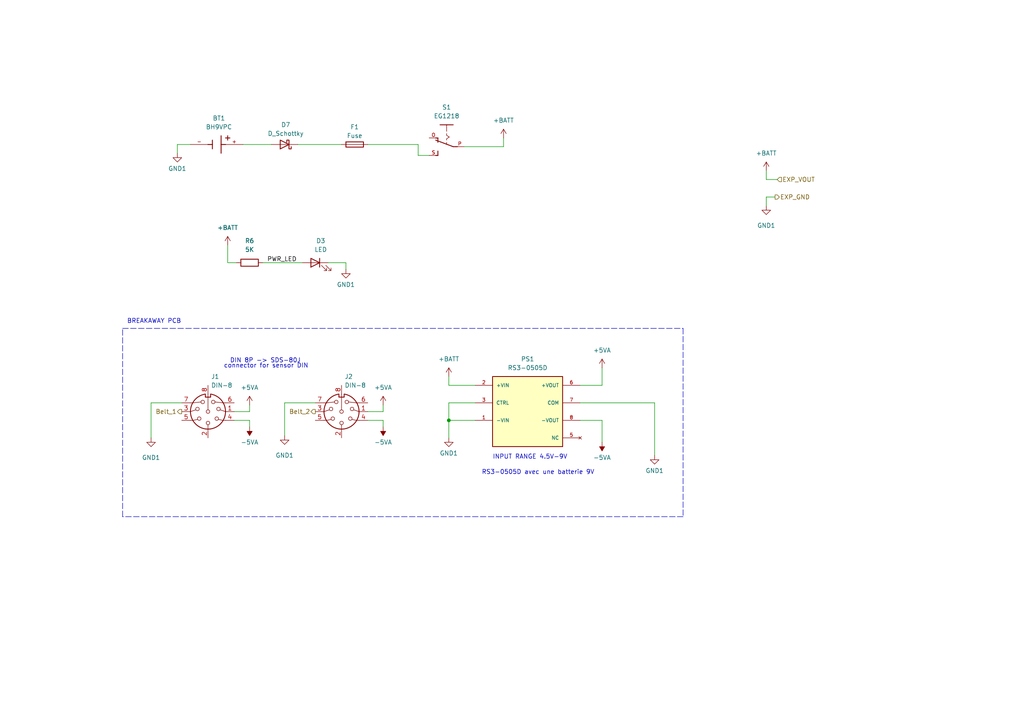
<source format=kicad_sch>
(kicad_sch (version 20230121) (generator eeschema)
  (paper "A4")
  (lib_symbols
    (symbol "CeintureRespAT:BH9VPC" (pin_names (offset 1.016))
      (property "Reference" "BT" (at -3.81 3.81 0))
      (property "Value" "BH9VPC" (at -3.81 -5.08 0))
      (symbol "BH9VPC_0_0"
        (polyline (pts (xy -3.81 1.905) (xy -2.54 1.905)) (stroke (width 0.254)))
        (polyline (pts (xy -3.175 2.54) (xy -3.175 1.27)) (stroke (width 0.254)))
        (polyline (pts (xy -1.27 0) (xy -2.54 0)) (stroke (width 0.254)))
        (polyline (pts (xy -1.27 0) (xy -1.27 -2.54)) (stroke (width 0.254)))
        (polyline (pts (xy -1.27 2.54) (xy -1.27 0)) (stroke (width 0.254)))
        (polyline (pts (xy 1.27 0) (xy 1.27 -1.27)) (stroke (width 0.254)))
        (polyline (pts (xy 1.27 0) (xy 2.54 0)) (stroke (width 0.254)))
        (polyline (pts (xy 1.27 1.27) (xy 1.27 0)) (stroke (width 0.254)))
        (pin passive line (at -7.62 0 0) (length 5.08) (name "~") (number "+"))
        (pin passive line (at 7.62 0 180) (length 5.08) (name "~") (number "-"))
      )
    )
    (symbol "CeintureRespAT:EG1218" (pin_names (offset 1.016))
      (property "Reference" "S" (at -6.35 -1.905 90))
      (property "Value" "EG1218" (at -3.81 3.175 90))
      (symbol "EG1218_0_0"
        (polyline (pts (xy -3.81 0) (xy -3.81 -1.905)) (stroke (width 0.254)))
        (polyline (pts (xy -3.81 0) (xy -1.905 0)) (stroke (width 0.1524)))
        (polyline (pts (xy -3.81 1.905) (xy -3.81 0)) (stroke (width 0.254)))
        (polyline (pts (xy -1.27 0) (xy -0.762 0)) (stroke (width 0.1524)))
        (polyline (pts (xy -0.762 0) (xy -0.254 -0.762)) (stroke (width 0.1524)))
        (polyline (pts (xy -0.254 -0.762) (xy 0.254 0)) (stroke (width 0.1524)))
        (polyline (pts (xy 0 2.54) (xy 0 3.175)) (stroke (width 0.254)))
        (polyline (pts (xy 0 2.54) (xy 1.27 2.54)) (stroke (width 0.254)))
        (polyline (pts (xy 0.254 0) (xy 0.635 0)) (stroke (width 0.1524)))
        (polyline (pts (xy 1.27 0) (xy 1.905 0)) (stroke (width 0.1524)))
        (polyline (pts (xy 2.54 -3.175) (xy 2.54 -1.905)) (stroke (width 0.254)))
        (polyline (pts (xy 2.54 -1.905) (xy 0.635 3.175)) (stroke (width 0.254)))
        (polyline (pts (xy 3.81 2.54) (xy 5.08 2.54)) (stroke (width 0.254)))
        (polyline (pts (xy 5.08 2.54) (xy 5.08 3.175)) (stroke (width 0.254)))
        (pin passive line (at 0 5.08 270) (length 2.54) (name "~") (number "O"))
        (pin passive line (at 2.54 -5.08 90) (length 2.54) (name "~") (number "P"))
        (pin passive line (at 5.08 5.08 270) (length 2.54) (name "~") (number "S"))
      )
    )
    (symbol "CeintureRespAT:RS3-0505D" (pin_names (offset 1.016))
      (property "Reference" "PS" (at -10.1639 11.4379 0))
      (property "Value" "RS3-0505D" (at -10.1614 -12.7027 0))
      (symbol "RS3-0505D_0_0"
        (rectangle (start -10.16 -10.16) (end 10.16 10.16) (stroke (width 0.254)) (fill (type background)))
        (pin input line (at -15.24 -2.54 0) (length 5.08) (name "-VIN") (number "1"))
        (pin input line (at -15.24 7.62 0) (length 5.08) (name "+VIN") (number "2"))
        (pin input line (at -15.24 2.54 0) (length 5.08) (name "CTRL") (number "3"))
        (pin no_connect line (at 15.24 -7.62 180) (length 5.08) (name "NC") (number "5"))
        (pin output line (at 15.24 7.62 180) (length 5.08) (name "+VOUT") (number "6"))
        (pin power_in line (at 15.24 2.54 180) (length 5.08) (name "COM") (number "7"))
        (pin output line (at 15.24 -2.54 180) (length 5.08) (name "-VOUT") (number "8"))
      )
    )
    (symbol "Connector:DIN-8" (pin_names (offset 1.016))
      (property "Reference" "J" (at 3.175 5.715 0))
      (property "Value" "DIN-8" (at 2.032 -5.842 0))
      (symbol "DIN-8_0_1"
        (arc (start -5.08 0) (mid -3.8609 -3.3364) (end -0.762 -5.08) (stroke (width 0.254)))
        (circle (center -3.048 -0.762) (radius 0.508))
        (circle (center -2.54 2.032) (radius 0.508))
        (circle (center -1.524 -2.794) (radius 0.508))
        (polyline (pts (xy -5.08 0) (xy -3.556 -0.508)))
        (polyline (pts (xy 0 -0.508) (xy 0 -5.08)))
        (polyline (pts (xy 0 5.08) (xy 0 3.81)))
        (polyline (pts (xy 5.08 0) (xy 3.556 -0.508)))
        (polyline (pts (xy -5.08 -2.54) (xy -4.318 -2.54) (xy -2.032 -2.794)))
        (polyline (pts (xy -5.08 2.54) (xy -4.318 2.54) (xy -3.048 2.286)))
        (polyline (pts (xy 5.08 -2.54) (xy 4.318 -2.54) (xy 2.032 -2.794)))
        (polyline (pts (xy 5.08 2.54) (xy 4.318 2.54) (xy 3.048 2.286)))
        (polyline (pts (xy -0.762 -4.953) (xy -0.762 -4.191) (xy 0.762 -4.191) (xy 0.762 -4.953)) (stroke (width 0.254)))
        (circle (center 0 0) (radius 0.508))
        (circle (center 0 3.302) (radius 0.508))
        (arc (start 0.762 -5.08) (mid 3.8685 -3.343) (end 5.08 0) (stroke (width 0.254)))
        (circle (center 1.524 -2.794) (radius 0.508))
        (circle (center 2.54 2.032) (radius 0.508))
        (circle (center 3.048 -0.762) (radius 0.508))
        (arc (start 5.08 0) (mid 0 5.0579) (end -5.08 0) (stroke (width 0.254)))
      )
      (symbol "DIN-8_1_1"
        (pin passive line (at -7.62 0 0) (length 2.54) (name "~") (number "1"))
        (pin passive line (at 0 7.62 270) (length 2.54) (name "~") (number "2"))
        (pin passive line (at 7.62 0 180) (length 2.54) (name "~") (number "3"))
        (pin passive line (at -7.62 2.54 0) (length 2.54) (name "~") (number "4"))
        (pin passive line (at 7.62 2.54 180) (length 2.54) (name "~") (number "5"))
        (pin passive line (at -7.62 -2.54 0) (length 2.54) (name "~") (number "6"))
        (pin passive line (at 7.62 -2.54 180) (length 2.54) (name "~") (number "7"))
        (pin passive line (at 0 -7.62 90) (length 2.54) (name "~") (number "8"))
      )
    )
    (symbol "Device:D_Schottky" (pin_numbers hide) (pin_names (offset 1.016) hide)
      (property "Reference" "D" (at 0 2.54 0))
      (property "Value" "D_Schottky" (at 0 -2.54 0))
      (symbol "D_Schottky_0_1"
        (polyline (pts (xy 1.27 0) (xy -1.27 0)))
        (polyline (pts (xy 1.27 1.27) (xy 1.27 -1.27) (xy -1.27 0) (xy 1.27 1.27)) (stroke (width 0.254)))
        (polyline (pts (xy -1.905 0.635) (xy -1.905 1.27) (xy -1.27 1.27) (xy -1.27 -1.27) (xy -0.635 -1.27) (xy -0.635 -0.635)) (stroke (width 0.254)))
      )
      (symbol "D_Schottky_1_1"
        (pin passive line (at -3.81 0 0) (length 2.54) (name "K") (number "1"))
        (pin passive line (at 3.81 0 180) (length 2.54) (name "A") (number "2"))
      )
    )
    (symbol "Device:Fuse" (pin_numbers hide) (pin_names (offset 0))
      (property "Reference" "F" (at 2.032 0 90))
      (property "Value" "Fuse" (at -1.905 0 90))
      (symbol "Fuse_0_1"
        (rectangle (start -0.762 -2.54) (end 0.762 2.54) (stroke (width 0.254)))
        (polyline (pts (xy 0 2.54) (xy 0 -2.54)))
      )
      (symbol "Fuse_1_1"
        (pin passive line (at 0 3.81 270) (length 1.27) (name "~") (number "1"))
        (pin passive line (at 0 -3.81 90) (length 1.27) (name "~") (number "2"))
      )
    )
    (symbol "Device:LED" (pin_numbers hide) (pin_names (offset 1.016) hide)
      (property "Reference" "D" (at 0 2.54 0))
      (property "Value" "LED" (at 0 -2.54 0))
      (symbol "LED_0_1"
        (polyline (pts (xy -1.27 -1.27) (xy -1.27 1.27)) (stroke (width 0.254)))
        (polyline (pts (xy -1.27 0) (xy 1.27 0)))
        (polyline (pts (xy 1.27 -1.27) (xy 1.27 1.27) (xy -1.27 0) (xy 1.27 -1.27)) (stroke (width 0.254)))
        (polyline (pts (xy -3.048 -0.762) (xy -4.572 -2.286) (xy -3.81 -2.286) (xy -4.572 -2.286) (xy -4.572 -1.524)))
        (polyline (pts (xy -1.778 -0.762) (xy -3.302 -2.286) (xy -2.54 -2.286) (xy -3.302 -2.286) (xy -3.302 -1.524)))
      )
      (symbol "LED_1_1"
        (pin passive line (at -3.81 0 0) (length 2.54) (name "K") (number "1"))
        (pin passive line (at 3.81 0 180) (length 2.54) (name "A") (number "2"))
      )
    )
    (symbol "Device:R" (pin_numbers hide) (pin_names (offset 0))
      (property "Reference" "R" (at 2.032 0 90))
      (property "Value" "R" (at 0 0 90))
      (symbol "R_0_1"
        (rectangle (start -1.016 -2.54) (end 1.016 2.54) (stroke (width 0.254)))
      )
      (symbol "R_1_1"
        (pin passive line (at 0 3.81 270) (length 1.27) (name "~") (number "1"))
        (pin passive line (at 0 -3.81 90) (length 1.27) (name "~") (number "2"))
      )
    )
    (symbol "power:+5VA" (power) (pin_names (offset 0))
      (property "Value" "+5VA" (at 0 3.556 0))
      (symbol "+5VA_0_1"
        (polyline (pts (xy -0.762 1.27) (xy 0 2.54)))
        (polyline (pts (xy 0 0) (xy 0 2.54)))
        (polyline (pts (xy 0 2.54) (xy 0.762 1.27)))
      )
      (symbol "+5VA_1_1"
        (pin power_in line (at 0 0 90) (length 0) hide (name "+5VA") (number "1"))
      )
    )
    (symbol "power:+BATT" (power) (pin_names (offset 0))
      (property "Value" "+BATT" (at 0 3.556 0))
      (symbol "+BATT_0_1"
        (polyline (pts (xy -0.762 1.27) (xy 0 2.54)))
        (polyline (pts (xy 0 0) (xy 0 2.54)))
        (polyline (pts (xy 0 2.54) (xy 0.762 1.27)))
      )
      (symbol "+BATT_1_1"
        (pin power_in line (at 0 0 90) (length 0) hide (name "+BATT") (number "1"))
      )
    )
    (symbol "power:-5VA" (power) (pin_names (offset 0))
      (property "Value" "-5VA" (at 0 3.81 0))
      (symbol "-5VA_0_0"
        (pin power_in line (at 0 0 90) (length 0) hide (name "-5VA") (number "1"))
      )
      (symbol "-5VA_0_1"
        (polyline (pts (xy 0 0) (xy 0 1.27) (xy 0.762 1.27) (xy 0 2.54) (xy -0.762 1.27) (xy 0 1.27)) (fill (type outline)))
      )
    )
    (symbol "power:GND1" (power) (pin_names (offset 0))
      (property "Value" "GND1" (at 0 -3.81 0))
      (symbol "GND1_0_1"
        (polyline (pts (xy 0 0) (xy 0 -1.27) (xy 1.27 -1.27) (xy 0 -2.54) (xy -1.27 -1.27) (xy 0 -1.27)))
      )
      (symbol "GND1_1_1"
        (pin power_in line (at 0 0 270) (length 0) hide (name "GND1") (number "1"))
      )
    )
  )
  (junction (at 130.175 121.92))
  (polyline (pts (xy 198.12 149.86) (xy 35.56 149.86)) (stroke (width 0) (type dash)))
  (wire (pts (xy 224.79 57.15) (xy 222.25 57.15)))
  (polyline (pts (xy 35.56 149.86) (xy 35.56 95.25)) (stroke (width 0) (type dash)))
  (wire (pts (xy 66.04 71.12) (xy 66.04 76.2)))
  (wire (pts (xy 111.125 123.825) (xy 111.125 121.92)))
  (wire (pts (xy 72.39 123.825) (xy 72.39 121.92)))
  (wire (pts (xy 67.945 119.38) (xy 72.39 119.38)))
  (wire (pts (xy 189.865 116.84) (xy 189.865 132.08)))
  (wire (pts (xy 222.25 49.53) (xy 222.25 52.07)))
  (wire (pts (xy 222.25 57.15) (xy 222.25 59.69)))
  (wire (pts (xy 168.275 121.92) (xy 174.625 121.92)))
  (wire (pts (xy 55.245 41.91) (xy 51.435 41.91)))
  (wire (pts (xy 43.815 127) (xy 43.815 116.84)))
  (wire (pts (xy 168.275 116.84) (xy 189.865 116.84)))
  (wire (pts (xy 106.68 41.91) (xy 121.285 41.91)))
  (wire (pts (xy 82.55 116.84) (xy 91.44 116.84)))
  (wire (pts (xy 121.285 45.085) (xy 124.46 45.085)))
  (wire (pts (xy 174.625 121.92) (xy 174.625 128.27)))
  (wire (pts (xy 86.36 41.91) (xy 99.06 41.91)))
  (wire (pts (xy 168.275 111.76) (xy 174.625 111.76)))
  (wire (pts (xy 43.815 116.84) (xy 52.705 116.84)))
  (wire (pts (xy 146.05 42.545) (xy 134.62 42.545)))
  (wire (pts (xy 67.945 121.92) (xy 72.39 121.92)))
  (wire (pts (xy 100.33 76.2) (xy 100.33 78.105)))
  (wire (pts (xy 95.25 76.2) (xy 100.33 76.2)))
  (wire (pts (xy 111.125 119.38) (xy 111.125 117.475)))
  (polyline (pts (xy 198.12 95.25) (xy 198.12 149.86)) (stroke (width 0) (type dash)))
  (wire (pts (xy 66.04 76.2) (xy 68.58 76.2)))
  (wire (pts (xy 106.68 121.92) (xy 111.125 121.92)))
  (wire (pts (xy 82.55 126.365) (xy 82.55 116.84)))
  (wire (pts (xy 130.175 121.92) (xy 130.175 127)))
  (wire (pts (xy 174.625 106.68) (xy 174.625 111.76)))
  (polyline (pts (xy 35.56 95.25) (xy 198.12 95.25)) (stroke (width 0) (type dash)))
  (wire (pts (xy 137.795 116.84) (xy 130.175 116.84)))
  (wire (pts (xy 51.435 41.91) (xy 51.435 44.45)))
  (wire (pts (xy 130.175 111.76) (xy 137.795 111.76)))
  (wire (pts (xy 72.39 119.38) (xy 72.39 117.475)))
  (wire (pts (xy 137.795 121.92) (xy 130.175 121.92)))
  (wire (pts (xy 70.485 41.91) (xy 78.74 41.91)))
  (wire (pts (xy 146.05 40.005) (xy 146.05 42.545)))
  (wire (pts (xy 130.175 109.22) (xy 130.175 111.76)))
  (wire (pts (xy 121.285 41.91) (xy 121.285 45.085)))
  (wire (pts (xy 130.175 116.84) (xy 130.175 121.92)))
  (wire (pts (xy 222.25 52.07) (xy 225.425 52.07)))
  (wire (pts (xy 106.68 119.38) (xy 111.125 119.38)))
  (wire (pts (xy 87.63 76.2) (xy 76.2 76.2)))
  (text "connector for sensor DIN\n\n" (at 64.897 108.966 0) (effects (font (size 1.27 1.27)) (justify left bottom)))
  (text "DIN 8P -> SDS-80J\n" (at 66.675 105.41 0) (effects (font (size 1.27 1.27)) (justify left bottom)))
  (text "INPUT RANGE 4.5V-9V\n" (at 142.875 133.35 0) (effects (font (size 1.27 1.27)) (justify left bottom)))
  (text "RS3-0505D avec une batterie 9V" (at 139.7 137.795 0) (effects (font (size 1.27 1.27)) (justify left bottom)))
  (text "BREAKAWAY PCB" (at 36.83 93.98 0) (effects (font (size 1.27 1.27)) (justify left bottom)))
  (label "PWR_LED" (at 77.47 76.2 0))
  (hierarchical_label "Belt_2" (shape output) (at 91.44 119.38 180))
  (hierarchical_label "EXP_VOUT" (shape input) (at 225.425 52.07 0))
  (hierarchical_label "Belt_1" (shape output) (at 52.705 119.38 180))
  (hierarchical_label "EXP_GND" (shape output) (at 224.79 57.15 0))
  (symbol (lib_id "power:+BATT") (at 130.175 109.22 0) (unit 1)
    (property "Reference" "#PWR02" (effects hide))
    (property "Value" "+BATT" (at 130.175 104.14 0))
  )
  (symbol (lib_id "Connector:DIN-8") (at 60.325 119.38 180) (unit 1)
    (property "Reference" "J1" (at 61.2139 109.22 0) (effects (justify right)))
    (property "Value" "DIN-8" (at 61.2139 111.76 0) (effects (justify right)))
    (property "Footprint" "CentureResp:CUI_SDS-80J" (effects hide))
    (property "Datasheet" "http://www.mouser.com/ds/2/18/40_c091_abd_e-75918.pdf" (effects hide))
  )
  (symbol (lib_id "power:GND1") (at 100.33 78.105 0) (unit 1)
    (property "Reference" "#PWR018" (effects hide))
    (property "Value" "GND1" (at 100.33 82.55 0))
    (instances (project "Ceinture Respiration" (path "" (reference "#PWR018") (unit 1)) (path "" (reference "#PWR026") (unit 1))))
  )
  (symbol (lib_id "power:GND1") (at 82.55 126.365 0) (unit 1)
    (property "Reference" "#PWR016" (effects hide))
    (property "Value" "GND1" (at 82.55 132.08 0))
    (instances (project "Ceinture Respiration" (path "" (reference "#PWR016") (unit 1)) (path "" (reference "#PWR019") (unit 1))))
  )
  (symbol (lib_id "power:+5VA") (at 111.125 117.475 0) (unit 1)
    (property "Reference" "#PWR029" (effects hide))
    (property "Value" "+5VA" (at 111.125 112.395 0))
    (instances (project "Ceinture Respiration" (path "" (reference "#PWR029") (unit 1)) (path "" (reference "#PWR030") (unit 1))))
  )
  (symbol (lib_id "Device:R") (at 72.39 76.2 270) (mirror x) (unit 1)
    (property "Reference" "R6" (at 72.39 69.85 90))
    (property "Value" "5K" (at 72.39 72.39 90))
    (property "Footprint" "Resistor_SMD:R_0603_1608Metric" (effects hide))
    (instances (project "Ceinture Respiration" (path "" (reference "R6") (unit 1)) (path "" (reference "R2") (unit 1))))
  )
  (symbol (lib_id "power:GND1") (at 189.865 132.08 0) (unit 1)
    (property "Reference" "#PWR03" (effects hide))
    (property "Value" "GND1" (at 189.865 136.525 0))
    (instances (project "Ceinture Respiration" (path "" (reference "#PWR03") (unit 1)) (path "" (reference "#PWR029") (unit 1))))
  )
  (symbol (lib_id "CeintureRespAT:EG1218") (at 129.54 40.005 90) (mirror x) (unit 1)
    (property "Reference" "S1" (at 129.54 31.115 90))
    (property "Value" "EG1218" (at 129.54 33.655 90))
    (property "Footprint" "CentureResp:EG1218" (effects hide))
  )
  (symbol (lib_id "Device:D_Schottky") (at 82.55 41.91 180) (unit 1)
    (property "Reference" "D7" (at 82.8675 36.195 0))
    (property "Value" "D_Schottky" (at 82.8675 38.735 0))
    (property "Footprint" "Diode_SMD:D_SOD-123" (effects hide))
    (property "LCSC" " C8598 " (effects hide))
    (instances (project "Ceinture Respiration" (path "" (reference "D7") (unit 1)) (path "" (reference "D2") (unit 1))))
  )
  (symbol (lib_id "power:GND1") (at 222.25 59.69 0) (unit 1)
    (property "Reference" "#PWR016" (effects hide))
    (property "Value" "GND1" (at 222.25 65.405 0))
    (instances (project "Ceinture Respiration" (path "" (reference "#PWR016") (unit 1)) (path "" (reference "#PWR033") (unit 1))))
  )
  (symbol (lib_id "power:+BATT") (at 66.04 71.12 0) (mirror y) (unit 1)
    (property "Reference" "#PWR04" (effects hide))
    (property "Value" "+BATT" (at 66.04 66.04 0))
    (instances (project "Ceinture Respiration" (path "" (reference "#PWR04") (unit 1)) (path "" (reference "#PWR05") (unit 1))))
  )
  (symbol (lib_id "Device:LED") (at 91.44 76.2 0) (mirror y) (unit 1)
    (property "Reference" "D3" (at 93.0275 69.85 0))
    (property "Value" "LED" (at 93.0275 72.39 0))
    (property "Footprint" "LED_THT:LED_D3.0mm" (effects hide))
  )
  (symbol (lib_id "power:GND1") (at 43.815 127 0) (unit 1)
    (property "Reference" "#PWR023" (effects hide))
    (property "Value" "GND1" (at 43.815 132.715 0))
    (instances (project "Ceinture Respiration" (path "" (reference "#PWR023") (unit 1)) (path "" (reference "#PWR01") (unit 1))))
  )
  (symbol (lib_id "power:-5VA") (at 174.625 128.27 0) (mirror x) (unit 1)
    (property "Reference" "#PWR07" (effects hide))
    (property "Value" "-5VA" (at 174.625 132.715 0))
    (instances (project "Ceinture Respiration" (path "" (reference "#PWR07") (unit 1)) (path "" (reference "#PWR025") (unit 1))))
  )
  (symbol (lib_id "power:-5VA") (at 72.39 123.825 0) (mirror x) (unit 1)
    (property "Reference" "#PWR032" (effects hide))
    (property "Value" "-5VA" (at 72.39 128.27 0))
    (instances (project "Ceinture Respiration" (path "" (reference "#PWR032") (unit 1)) (path "" (reference "#PWR018") (unit 1))))
  )
  (symbol (lib_id "Connector:DIN-8") (at 99.06 119.38 180) (unit 1)
    (property "Reference" "J2" (at 99.9489 109.22 0) (effects (justify right)))
    (property "Value" "DIN-8" (at 99.9489 111.76 0) (effects (justify right)))
    (property "Footprint" "CentureResp:CUI_SDS-80J" (effects hide))
    (property "Datasheet" "http://www.mouser.com/ds/2/18/40_c091_abd_e-75918.pdf" (effects hide))
    (instances (project "Ceinture Respiration" (path "" (reference "J2") (unit 1)) (path "" (reference "J4") (unit 1))))
  )
  (symbol (lib_id "power:+BATT") (at 222.25 49.53 0) (mirror y) (unit 1)
    (property "Reference" "#PWR04" (effects hide))
    (property "Value" "+BATT" (at 222.25 44.45 0))
    (instances (project "Ceinture Respiration" (path "" (reference "#PWR04") (unit 1)) (path "" (reference "#PWR040") (unit 1))))
  )
  (symbol (lib_id "power:+5VA") (at 174.625 106.68 0) (unit 1)
    (property "Reference" "#PWR028" (effects hide))
    (property "Value" "+5VA" (at 174.625 101.6 0))
    (instances (project "Ceinture Respiration" (path "" (reference "#PWR028") (unit 1)) (path "" (reference "#PWR023") (unit 1))))
  )
  (symbol (lib_id "power:+5VA") (at 72.39 117.475 0) (unit 1)
    (property "Reference" "#PWR031" (effects hide))
    (property "Value" "+5VA" (at 72.39 112.395 0))
    (instances (project "Ceinture Respiration" (path "" (reference "#PWR031") (unit 1)) (path "" (reference "#PWR016") (unit 1))))
  )
  (symbol (lib_id "power:GND1") (at 51.435 44.45 0) (mirror y) (unit 1)
    (property "Reference" "#PWR06" (effects hide))
    (property "Value" "GND1" (at 51.435 48.895 0))
    (instances (project "Ceinture Respiration" (path "" (reference "#PWR06") (unit 1)) (path "" (reference "#PWR04") (unit 1))))
  )
  (symbol (lib_id "CeintureRespAT:BH9VPC") (at 62.865 41.91 0) (mirror y) (unit 1)
    (property "Reference" "BT1" (at 63.5 34.29 0))
    (property "Value" "BH9VPC" (at 63.5 36.83 0))
    (property "Footprint" "CentureResp:BAT_BH9VPC" (effects hide))
    (property "PARTREV" "F" (effects hide))
    (property "STANDARD" "Manufacturer Recommendations" (effects hide))
    (property "MAXIMUM_PACKAGE_HEIGHT" "20.62mm" (effects hide))
    (property "MANUFACTURER" "MPD" (effects hide))
  )
  (symbol (lib_id "power:-5VA") (at 111.125 123.825 0) (mirror x) (unit 1)
    (property "Reference" "#PWR030" (effects hide))
    (property "Value" "-5VA" (at 111.125 128.27 0))
    (instances (project "Ceinture Respiration" (path "" (reference "#PWR030") (unit 1)) (path "" (reference "#PWR031") (unit 1))))
  )
  (symbol (lib_id "CeintureRespAT:RS3-0505D") (at 153.035 119.38 0) (unit 1)
    (property "Reference" "PS1" (at 153.035 104.14 0))
    (property "Value" "RS3-0505D" (at 153.035 106.68 0))
    (property "Footprint" "CONV_RS3-0505D" (effects hide))
    (property "PARTREV" "3" (effects hide))
    (property "MANUFACTURER" "Recom" (effects hide))
    (property "MAXIMUM_PACKAGE_HEIGHT" "11.1mm" (effects hide))
    (property "STANDARD" "Manufacturer Recommendations" (effects hide))
  )
  (symbol (lib_id "Device:Fuse") (at 102.87 41.91 90) (unit 1)
    (property "Reference" "F1" (at 102.87 36.83 90))
    (property "Value" "Fuse" (at 102.87 39.37 90))
  )
  (symbol (lib_id "power:+BATT") (at 146.05 40.005 0) (mirror y) (unit 1)
    (property "Reference" "#PWR04" (effects hide))
    (property "Value" "+BATT" (at 146.05 34.925 0))
    (instances (project "Ceinture Respiration" (path "" (reference "#PWR04") (unit 1)) (path "" (reference "#PWR032") (unit 1))))
  )
  (symbol (lib_id "power:GND1") (at 130.175 127 0) (unit 1)
    (property "Reference" "#PWR027" (effects hide))
    (property "Value" "GND1" (at 130.175 131.445 0))
    (instances (project "Ceinture Respiration" (path "" (reference "#PWR027") (unit 1)) (path "" (reference "#PWR03") (unit 1))))
  )
)
</source>
